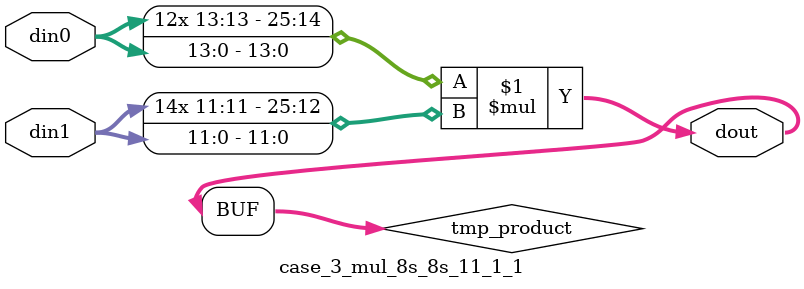
<source format=v>

`timescale 1 ns / 1 ps

 module case_3_mul_8s_8s_11_1_1(din0, din1, dout);
parameter ID = 1;
parameter NUM_STAGE = 0;
parameter din0_WIDTH = 14;
parameter din1_WIDTH = 12;
parameter dout_WIDTH = 26;

input [din0_WIDTH - 1 : 0] din0; 
input [din1_WIDTH - 1 : 0] din1; 
output [dout_WIDTH - 1 : 0] dout;

wire signed [dout_WIDTH - 1 : 0] tmp_product;



























assign tmp_product = $signed(din0) * $signed(din1);








assign dout = tmp_product;





















endmodule

</source>
